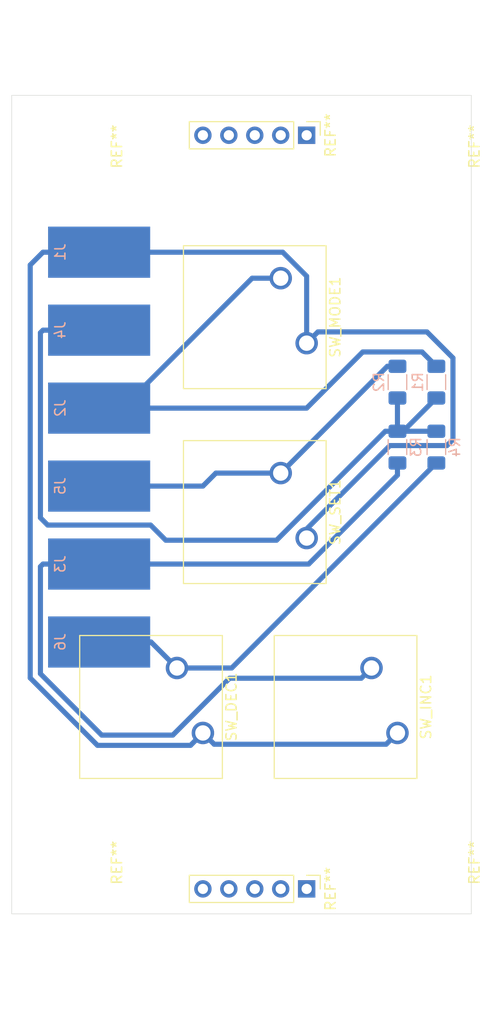
<source format=kicad_pcb>
(kicad_pcb (version 20171130) (host pcbnew 5.1.7-1.fc32)

  (general
    (thickness 1.6)
    (drawings 4)
    (tracks 60)
    (zones 0)
    (modules 20)
    (nets 7)
  )

  (page A4)
  (layers
    (0 F.Cu signal)
    (31 B.Cu signal)
    (32 B.Adhes user)
    (33 F.Adhes user)
    (34 B.Paste user)
    (35 F.Paste user)
    (36 B.SilkS user)
    (37 F.SilkS user)
    (38 B.Mask user)
    (39 F.Mask user)
    (40 Dwgs.User user)
    (41 Cmts.User user)
    (42 Eco1.User user)
    (43 Eco2.User user)
    (44 Edge.Cuts user)
    (45 Margin user)
    (46 B.CrtYd user)
    (47 F.CrtYd user)
    (48 B.Fab user)
    (49 F.Fab user)
  )

  (setup
    (last_trace_width 0.5)
    (trace_clearance 0.5)
    (zone_clearance 0.508)
    (zone_45_only no)
    (trace_min 0.2)
    (via_size 1.8)
    (via_drill 0.8)
    (via_min_size 0.4)
    (via_min_drill 0.3)
    (uvia_size 0.3)
    (uvia_drill 0.1)
    (uvias_allowed no)
    (uvia_min_size 0.2)
    (uvia_min_drill 0.1)
    (edge_width 0.05)
    (segment_width 0.2)
    (pcb_text_width 0.3)
    (pcb_text_size 1.5 1.5)
    (mod_edge_width 0.12)
    (mod_text_size 1 1)
    (mod_text_width 0.15)
    (pad_size 1.7 1.7)
    (pad_drill 0)
    (pad_to_mask_clearance 0)
    (aux_axis_origin 0 0)
    (visible_elements FFFFFF7F)
    (pcbplotparams
      (layerselection 0x01000_fffffffe)
      (usegerberextensions false)
      (usegerberattributes false)
      (usegerberadvancedattributes true)
      (creategerberjobfile true)
      (excludeedgelayer true)
      (linewidth 0.150000)
      (plotframeref false)
      (viasonmask false)
      (mode 1)
      (useauxorigin false)
      (hpglpennumber 1)
      (hpglpenspeed 20)
      (hpglpendiameter 15.000000)
      (psnegative false)
      (psa4output false)
      (plotreference true)
      (plotvalue true)
      (plotinvisibletext false)
      (padsonsilk false)
      (subtractmaskfromsilk false)
      (outputformat 1)
      (mirror false)
      (drillshape 0)
      (scaleselection 1)
      (outputdirectory "gerber/"))
  )

  (net 0 "")
  (net 1 /DEC)
  (net 2 /INC)
  (net 3 /SET)
  (net 4 /MODE)
  (net 5 GND)
  (net 6 +5V)

  (net_class Default "This is the default net class."
    (clearance 0.5)
    (trace_width 0.5)
    (via_dia 1.8)
    (via_drill 0.8)
    (uvia_dia 0.3)
    (uvia_drill 0.1)
    (add_net +5V)
    (add_net /DEC)
    (add_net /INC)
    (add_net /MODE)
    (add_net /SET)
    (add_net GND)
  )

  (module Connector_PinHeader_2.54mm:PinHeader_1x05_P2.54mm_Vertical (layer F.Cu) (tedit 59FED5CC) (tstamp 5F89F0E9)
    (at 33.88 82.56 270)
    (descr "Through hole straight pin header, 1x05, 2.54mm pitch, single row")
    (tags "Through hole pin header THT 1x05 2.54mm single row")
    (fp_text reference REF** (at 0 -2.33 90) (layer F.SilkS)
      (effects (font (size 1 1) (thickness 0.15)))
    )
    (fp_text value PinHeader_1x05_P2.54mm_Vertical (at 0 12.49 90) (layer F.Fab)
      (effects (font (size 1 1) (thickness 0.15)))
    )
    (fp_line (start -0.635 -1.27) (end 1.27 -1.27) (layer F.Fab) (width 0.1))
    (fp_line (start 1.27 -1.27) (end 1.27 11.43) (layer F.Fab) (width 0.1))
    (fp_line (start 1.27 11.43) (end -1.27 11.43) (layer F.Fab) (width 0.1))
    (fp_line (start -1.27 11.43) (end -1.27 -0.635) (layer F.Fab) (width 0.1))
    (fp_line (start -1.27 -0.635) (end -0.635 -1.27) (layer F.Fab) (width 0.1))
    (fp_line (start -1.33 11.49) (end 1.33 11.49) (layer F.SilkS) (width 0.12))
    (fp_line (start -1.33 1.27) (end -1.33 11.49) (layer F.SilkS) (width 0.12))
    (fp_line (start 1.33 1.27) (end 1.33 11.49) (layer F.SilkS) (width 0.12))
    (fp_line (start -1.33 1.27) (end 1.33 1.27) (layer F.SilkS) (width 0.12))
    (fp_line (start -1.33 0) (end -1.33 -1.33) (layer F.SilkS) (width 0.12))
    (fp_line (start -1.33 -1.33) (end 0 -1.33) (layer F.SilkS) (width 0.12))
    (fp_line (start -1.8 -1.8) (end -1.8 11.95) (layer F.CrtYd) (width 0.05))
    (fp_line (start -1.8 11.95) (end 1.8 11.95) (layer F.CrtYd) (width 0.05))
    (fp_line (start 1.8 11.95) (end 1.8 -1.8) (layer F.CrtYd) (width 0.05))
    (fp_line (start 1.8 -1.8) (end -1.8 -1.8) (layer F.CrtYd) (width 0.05))
    (fp_text user %R (at 0 5.08) (layer F.Fab)
      (effects (font (size 1 1) (thickness 0.15)))
    )
    (pad 1 thru_hole rect (at 0 0 270) (size 1.7 1.7) (drill 1) (layers *.Cu *.Mask))
    (pad 2 thru_hole oval (at 0 2.54 270) (size 1.7 1.7) (drill 1) (layers *.Cu *.Mask))
    (pad 3 thru_hole oval (at 0 5.08 270) (size 1.7 1.7) (drill 1) (layers *.Cu *.Mask))
    (pad 4 thru_hole oval (at 0 7.62 270) (size 1.7 1.7) (drill 1) (layers *.Cu *.Mask))
    (pad 5 thru_hole oval (at 0 10.16 270) (size 1.7 1.7) (drill 1) (layers *.Cu *.Mask))
    (model ${KISYS3DMOD}/Connector_PinHeader_2.54mm.3dshapes/PinHeader_1x05_P2.54mm_Vertical.wrl
      (at (xyz 0 0 0))
      (scale (xyz 1 1 1))
      (rotate (xyz 0 0 0))
    )
  )

  (module Connector_PinHeader_2.54mm:PinHeader_1x05_P2.54mm_Vertical (layer F.Cu) (tedit 59FED5CC) (tstamp 5F89F14C)
    (at 33.88 8.9 270)
    (descr "Through hole straight pin header, 1x05, 2.54mm pitch, single row")
    (tags "Through hole pin header THT 1x05 2.54mm single row")
    (fp_text reference REF** (at 0 -2.33 90) (layer F.SilkS)
      (effects (font (size 1 1) (thickness 0.15)))
    )
    (fp_text value PinHeader_1x05_P2.54mm_Vertical (at 0 12.49 90) (layer F.Fab)
      (effects (font (size 1 1) (thickness 0.15)))
    )
    (fp_line (start 1.8 -1.8) (end -1.8 -1.8) (layer F.CrtYd) (width 0.05))
    (fp_line (start 1.8 11.95) (end 1.8 -1.8) (layer F.CrtYd) (width 0.05))
    (fp_line (start -1.8 11.95) (end 1.8 11.95) (layer F.CrtYd) (width 0.05))
    (fp_line (start -1.8 -1.8) (end -1.8 11.95) (layer F.CrtYd) (width 0.05))
    (fp_line (start -1.33 -1.33) (end 0 -1.33) (layer F.SilkS) (width 0.12))
    (fp_line (start -1.33 0) (end -1.33 -1.33) (layer F.SilkS) (width 0.12))
    (fp_line (start -1.33 1.27) (end 1.33 1.27) (layer F.SilkS) (width 0.12))
    (fp_line (start 1.33 1.27) (end 1.33 11.49) (layer F.SilkS) (width 0.12))
    (fp_line (start -1.33 1.27) (end -1.33 11.49) (layer F.SilkS) (width 0.12))
    (fp_line (start -1.33 11.49) (end 1.33 11.49) (layer F.SilkS) (width 0.12))
    (fp_line (start -1.27 -0.635) (end -0.635 -1.27) (layer F.Fab) (width 0.1))
    (fp_line (start -1.27 11.43) (end -1.27 -0.635) (layer F.Fab) (width 0.1))
    (fp_line (start 1.27 11.43) (end -1.27 11.43) (layer F.Fab) (width 0.1))
    (fp_line (start 1.27 -1.27) (end 1.27 11.43) (layer F.Fab) (width 0.1))
    (fp_line (start -0.635 -1.27) (end 1.27 -1.27) (layer F.Fab) (width 0.1))
    (fp_text user %R (at 0 5.08) (layer F.Fab)
      (effects (font (size 1 1) (thickness 0.15)))
    )
    (pad 5 thru_hole oval (at 0 10.16 270) (size 1.7 1.7) (drill 1) (layers *.Cu *.Mask))
    (pad 4 thru_hole oval (at 0 7.62 270) (size 1.7 1.7) (drill 1) (layers *.Cu *.Mask))
    (pad 3 thru_hole oval (at 0 5.08 270) (size 1.7 1.7) (drill 1) (layers *.Cu *.Mask))
    (pad 2 thru_hole oval (at 0 2.54 270) (size 1.7 1.7) (drill 1) (layers *.Cu *.Mask))
    (pad 1 thru_hole rect (at 0 0 270) (size 1.7 1.7) (drill 1) (layers *.Cu *.Mask))
    (model ${KISYS3DMOD}/Connector_PinHeader_2.54mm.3dshapes/PinHeader_1x05_P2.54mm_Vertical.wrl
      (at (xyz 0 0 0))
      (scale (xyz 1 1 1))
      (rotate (xyz 0 0 0))
    )
  )

  (module MountingHole:MountingHole_4.3mm_M4 (layer F.Cu) (tedit 56D1B4CB) (tstamp 5F89EFE2)
    (at 45 80 270)
    (descr "Mounting Hole 4.3mm, no annular, M4")
    (tags "mounting hole 4.3mm no annular m4")
    (attr virtual)
    (fp_text reference REF** (at 0 -5.3 90) (layer F.SilkS)
      (effects (font (size 1 1) (thickness 0.15)))
    )
    (fp_text value MountingHole_4.3mm_M4 (at 0 5.3 90) (layer F.Fab)
      (effects (font (size 1 1) (thickness 0.15)))
    )
    (fp_circle (center 0 0) (end 4.55 0) (layer F.CrtYd) (width 0.05))
    (fp_circle (center 0 0) (end 4.3 0) (layer Cmts.User) (width 0.15))
    (fp_text user %R (at 0.3 0 90) (layer F.Fab)
      (effects (font (size 1 1) (thickness 0.15)))
    )
    (pad 1 np_thru_hole circle (at 0 0 270) (size 4.3 4.3) (drill 4.3) (layers *.Cu *.Mask))
  )

  (module MountingHole:MountingHole_4.3mm_M4 (layer F.Cu) (tedit 56D1B4CB) (tstamp 5F89F036)
    (at 10 80 270)
    (descr "Mounting Hole 4.3mm, no annular, M4")
    (tags "mounting hole 4.3mm no annular m4")
    (attr virtual)
    (fp_text reference REF** (at 0 -5.3 90) (layer F.SilkS)
      (effects (font (size 1 1) (thickness 0.15)))
    )
    (fp_text value MountingHole_4.3mm_M4 (at 0 5.3 90) (layer F.Fab)
      (effects (font (size 1 1) (thickness 0.15)))
    )
    (fp_circle (center 0 0) (end 4.3 0) (layer Cmts.User) (width 0.15))
    (fp_circle (center 0 0) (end 4.55 0) (layer F.CrtYd) (width 0.05))
    (fp_text user %R (at 0.3 0 90) (layer F.Fab)
      (effects (font (size 1 1) (thickness 0.15)))
    )
    (pad 1 np_thru_hole circle (at 0 0 270) (size 4.3 4.3) (drill 4.3) (layers *.Cu *.Mask))
  )

  (module MountingHole:MountingHole_4.3mm_M4 (layer F.Cu) (tedit 56D1B4CB) (tstamp 5F89F021)
    (at 10 10 270)
    (descr "Mounting Hole 4.3mm, no annular, M4")
    (tags "mounting hole 4.3mm no annular m4")
    (attr virtual)
    (fp_text reference REF** (at 0 -5.3 90) (layer F.SilkS)
      (effects (font (size 1 1) (thickness 0.15)))
    )
    (fp_text value MountingHole_4.3mm_M4 (at 0 5.3 90) (layer F.Fab)
      (effects (font (size 1 1) (thickness 0.15)))
    )
    (fp_circle (center 0 0) (end 4.55 0) (layer F.CrtYd) (width 0.05))
    (fp_circle (center 0 0) (end 4.3 0) (layer Cmts.User) (width 0.15))
    (fp_text user %R (at 0.3 0 90) (layer F.Fab)
      (effects (font (size 1 1) (thickness 0.15)))
    )
    (pad 1 np_thru_hole circle (at 0 0 270) (size 4.3 4.3) (drill 4.3) (layers *.Cu *.Mask))
  )

  (module MountingHole:MountingHole_4.3mm_M4 (layer F.Cu) (tedit 56D1B4CB) (tstamp 5F89F093)
    (at 45 10 270)
    (descr "Mounting Hole 4.3mm, no annular, M4")
    (tags "mounting hole 4.3mm no annular m4")
    (attr virtual)
    (fp_text reference REF** (at 0 -5.3 90) (layer F.SilkS)
      (effects (font (size 1 1) (thickness 0.15)))
    )
    (fp_text value MountingHole_4.3mm_M4 (at 0 5.3 90) (layer F.Fab)
      (effects (font (size 1 1) (thickness 0.15)))
    )
    (fp_circle (center 0 0) (end 4.3 0) (layer Cmts.User) (width 0.15))
    (fp_circle (center 0 0) (end 4.55 0) (layer F.CrtYd) (width 0.05))
    (fp_text user %R (at 0.3 0 90) (layer F.Fab)
      (effects (font (size 1 1) (thickness 0.15)))
    )
    (pad 1 np_thru_hole circle (at 0 0 270) (size 4.3 4.3) (drill 4.3) (layers *.Cu *.Mask))
  )

  (module Connector_Wire:SolderWirePad_1x01_SMD_5x10mm (layer B.Cu) (tedit 5640A485) (tstamp 5F89EEF1)
    (at 13.56 58.43 270)
    (descr "Wire Pad, Square, SMD Pad,  5mm x 10mm,")
    (tags "MesurementPoint Square SMDPad 5mmx10mm ")
    (path /5F8B03BB)
    (attr smd virtual)
    (fp_text reference J6 (at 0 3.81 90) (layer B.SilkS)
      (effects (font (size 1 1) (thickness 0.15)) (justify mirror))
    )
    (fp_text value Conn_01x01 (at 0 -6.35 90) (layer B.Fab)
      (effects (font (size 1 1) (thickness 0.15)) (justify mirror))
    )
    (fp_line (start 2.75 5.25) (end -2.75 5.25) (layer B.CrtYd) (width 0.05))
    (fp_line (start 2.75 -5.25) (end 2.75 5.25) (layer B.CrtYd) (width 0.05))
    (fp_line (start -2.75 -5.25) (end 2.75 -5.25) (layer B.CrtYd) (width 0.05))
    (fp_line (start -2.75 5.25) (end -2.75 -5.25) (layer B.CrtYd) (width 0.05))
    (fp_text user %R (at 0 0 90) (layer B.Fab)
      (effects (font (size 1 1) (thickness 0.15)) (justify mirror))
    )
    (pad 1 smd rect (at 0 0 270) (size 5 10) (layers B.Cu B.Paste B.Mask)
      (net 1 /DEC))
  )

  (module Connector_Wire:SolderWirePad_1x01_SMD_5x10mm (layer B.Cu) (tedit 5640A485) (tstamp 5F89F122)
    (at 13.56 43.19 270)
    (descr "Wire Pad, Square, SMD Pad,  5mm x 10mm,")
    (tags "MesurementPoint Square SMDPad 5mmx10mm ")
    (path /5F8B04D1)
    (attr smd virtual)
    (fp_text reference J5 (at 0 3.81 90) (layer B.SilkS)
      (effects (font (size 1 1) (thickness 0.15)) (justify mirror))
    )
    (fp_text value Conn_01x01 (at 0 -6.35 90) (layer B.Fab)
      (effects (font (size 1 1) (thickness 0.15)) (justify mirror))
    )
    (fp_line (start 2.75 5.25) (end -2.75 5.25) (layer B.CrtYd) (width 0.05))
    (fp_line (start 2.75 -5.25) (end 2.75 5.25) (layer B.CrtYd) (width 0.05))
    (fp_line (start -2.75 -5.25) (end 2.75 -5.25) (layer B.CrtYd) (width 0.05))
    (fp_line (start -2.75 5.25) (end -2.75 -5.25) (layer B.CrtYd) (width 0.05))
    (fp_text user %R (at 0 0 90) (layer B.Fab)
      (effects (font (size 1 1) (thickness 0.15)) (justify mirror))
    )
    (pad 1 smd rect (at 0 0 270) (size 5 10) (layers B.Cu B.Paste B.Mask)
      (net 3 /SET))
  )

  (module Connector_Wire:SolderWirePad_1x01_SMD_5x10mm (layer B.Cu) (tedit 5640A485) (tstamp 5F89EFF9)
    (at 13.56 27.95 270)
    (descr "Wire Pad, Square, SMD Pad,  5mm x 10mm,")
    (tags "MesurementPoint Square SMDPad 5mmx10mm ")
    (path /5F8B04DB)
    (attr smd virtual)
    (fp_text reference J4 (at 0 3.81 90) (layer B.SilkS)
      (effects (font (size 1 1) (thickness 0.15)) (justify mirror))
    )
    (fp_text value Conn_01x01 (at 0 -6.35 90) (layer B.Fab)
      (effects (font (size 1 1) (thickness 0.15)) (justify mirror))
    )
    (fp_line (start 2.75 5.25) (end -2.75 5.25) (layer B.CrtYd) (width 0.05))
    (fp_line (start 2.75 -5.25) (end 2.75 5.25) (layer B.CrtYd) (width 0.05))
    (fp_line (start -2.75 -5.25) (end 2.75 -5.25) (layer B.CrtYd) (width 0.05))
    (fp_line (start -2.75 5.25) (end -2.75 -5.25) (layer B.CrtYd) (width 0.05))
    (fp_text user %R (at 0 0 90) (layer B.Fab)
      (effects (font (size 1 1) (thickness 0.15)) (justify mirror))
    )
    (pad 1 smd rect (at 0 0 270) (size 5 10) (layers B.Cu B.Paste B.Mask)
      (net 5 GND))
  )

  (module Connector_Wire:SolderWirePad_1x01_SMD_5x10mm (layer B.Cu) (tedit 5640A485) (tstamp 5F89EF84)
    (at 13.56 50.81 270)
    (descr "Wire Pad, Square, SMD Pad,  5mm x 10mm,")
    (tags "MesurementPoint Square SMDPad 5mmx10mm ")
    (path /5F8AE5AA)
    (attr smd virtual)
    (fp_text reference J3 (at 0 3.81 90) (layer B.SilkS)
      (effects (font (size 1 1) (thickness 0.15)) (justify mirror))
    )
    (fp_text value Conn_01x01 (at 0 -6.35 90) (layer B.Fab)
      (effects (font (size 1 1) (thickness 0.15)) (justify mirror))
    )
    (fp_line (start 2.75 5.25) (end -2.75 5.25) (layer B.CrtYd) (width 0.05))
    (fp_line (start 2.75 -5.25) (end 2.75 5.25) (layer B.CrtYd) (width 0.05))
    (fp_line (start -2.75 -5.25) (end 2.75 -5.25) (layer B.CrtYd) (width 0.05))
    (fp_line (start -2.75 5.25) (end -2.75 -5.25) (layer B.CrtYd) (width 0.05))
    (fp_text user %R (at 0 0 90) (layer B.Fab)
      (effects (font (size 1 1) (thickness 0.15)) (justify mirror))
    )
    (pad 1 smd rect (at 0 0 270) (size 5 10) (layers B.Cu B.Paste B.Mask)
      (net 2 /INC))
  )

  (module Connector_Wire:SolderWirePad_1x01_SMD_5x10mm (layer B.Cu) (tedit 5640A485) (tstamp 5F89F263)
    (at 13.56 35.57 270)
    (descr "Wire Pad, Square, SMD Pad,  5mm x 10mm,")
    (tags "MesurementPoint Square SMDPad 5mmx10mm ")
    (path /5F8AE2D5)
    (attr smd virtual)
    (fp_text reference J2 (at 0 3.81 90) (layer B.SilkS)
      (effects (font (size 1 1) (thickness 0.15)) (justify mirror))
    )
    (fp_text value Conn_01x01 (at 0 -6.35 90) (layer B.Fab)
      (effects (font (size 1 1) (thickness 0.15)) (justify mirror))
    )
    (fp_line (start 2.75 5.25) (end -2.75 5.25) (layer B.CrtYd) (width 0.05))
    (fp_line (start 2.75 -5.25) (end 2.75 5.25) (layer B.CrtYd) (width 0.05))
    (fp_line (start -2.75 -5.25) (end 2.75 -5.25) (layer B.CrtYd) (width 0.05))
    (fp_line (start -2.75 5.25) (end -2.75 -5.25) (layer B.CrtYd) (width 0.05))
    (fp_text user %R (at 0 0 90) (layer B.Fab)
      (effects (font (size 1 1) (thickness 0.15)) (justify mirror))
    )
    (pad 1 smd rect (at 0 0 270) (size 5 10) (layers B.Cu B.Paste B.Mask)
      (net 4 /MODE))
  )

  (module Connector_Wire:SolderWirePad_1x01_SMD_5x10mm (layer B.Cu) (tedit 5640A485) (tstamp 5F89F27E)
    (at 13.56 20.33 270)
    (descr "Wire Pad, Square, SMD Pad,  5mm x 10mm,")
    (tags "MesurementPoint Square SMDPad 5mmx10mm ")
    (path /5F8ABBD9)
    (attr smd virtual)
    (fp_text reference J1 (at 0 3.81 90) (layer B.SilkS)
      (effects (font (size 1 1) (thickness 0.15)) (justify mirror))
    )
    (fp_text value Conn_01x01 (at 0 -6.35 90) (layer B.Fab)
      (effects (font (size 1 1) (thickness 0.15)) (justify mirror))
    )
    (fp_line (start 2.75 5.25) (end -2.75 5.25) (layer B.CrtYd) (width 0.05))
    (fp_line (start 2.75 -5.25) (end 2.75 5.25) (layer B.CrtYd) (width 0.05))
    (fp_line (start -2.75 -5.25) (end 2.75 -5.25) (layer B.CrtYd) (width 0.05))
    (fp_line (start -2.75 5.25) (end -2.75 -5.25) (layer B.CrtYd) (width 0.05))
    (fp_text user %R (at 0 0 90) (layer B.Fab)
      (effects (font (size 1 1) (thickness 0.15)) (justify mirror))
    )
    (pad 1 smd rect (at 0 0 270) (size 5 10) (layers B.Cu B.Paste B.Mask)
      (net 6 +5V))
  )

  (module Button_Switch_Keyboard:SW_Cherry_MX_1.00u_Plate (layer F.Cu) (tedit 5A02FE24) (tstamp 5F89F1C6)
    (at 33.88 48.27 270)
    (descr "Cherry MX keyswitch, 1.00u, plate mount, http://cherryamericas.com/wp-content/uploads/2014/12/mx_cat.pdf")
    (tags "Cherry MX keyswitch 1.00u plate")
    (path /5F88E78A)
    (fp_text reference SW_SET1 (at -2.54 -2.794 90) (layer F.SilkS)
      (effects (font (size 1 1) (thickness 0.15)))
    )
    (fp_text value SW_Push (at -2.54 12.954 90) (layer F.Fab)
      (effects (font (size 1 1) (thickness 0.15)))
    )
    (fp_line (start -8.89 -1.27) (end 3.81 -1.27) (layer F.Fab) (width 0.1))
    (fp_line (start 3.81 -1.27) (end 3.81 11.43) (layer F.Fab) (width 0.1))
    (fp_line (start 3.81 11.43) (end -8.89 11.43) (layer F.Fab) (width 0.1))
    (fp_line (start -8.89 11.43) (end -8.89 -1.27) (layer F.Fab) (width 0.1))
    (fp_line (start -9.14 11.68) (end -9.14 -1.52) (layer F.CrtYd) (width 0.05))
    (fp_line (start 4.06 11.68) (end -9.14 11.68) (layer F.CrtYd) (width 0.05))
    (fp_line (start 4.06 -1.52) (end 4.06 11.68) (layer F.CrtYd) (width 0.05))
    (fp_line (start -9.14 -1.52) (end 4.06 -1.52) (layer F.CrtYd) (width 0.05))
    (fp_line (start -12.065 -4.445) (end 6.985 -4.445) (layer Dwgs.User) (width 0.15))
    (fp_line (start 6.985 -4.445) (end 6.985 14.605) (layer Dwgs.User) (width 0.15))
    (fp_line (start 6.985 14.605) (end -12.065 14.605) (layer Dwgs.User) (width 0.15))
    (fp_line (start -12.065 14.605) (end -12.065 -4.445) (layer Dwgs.User) (width 0.15))
    (fp_line (start -9.525 -1.905) (end 4.445 -1.905) (layer F.SilkS) (width 0.12))
    (fp_line (start 4.445 -1.905) (end 4.445 12.065) (layer F.SilkS) (width 0.12))
    (fp_line (start 4.445 12.065) (end -9.525 12.065) (layer F.SilkS) (width 0.12))
    (fp_line (start -9.525 12.065) (end -9.525 -1.905) (layer F.SilkS) (width 0.12))
    (fp_text user %R (at -2.54 -2.794 90) (layer F.Fab)
      (effects (font (size 1 1) (thickness 0.15)))
    )
    (pad "" np_thru_hole circle (at -2.54 5.08 270) (size 4 4) (drill 4) (layers *.Cu *.Mask))
    (pad 2 thru_hole circle (at -6.35 2.54 270) (size 2.2 2.2) (drill 1.5) (layers *.Cu *.Mask)
      (net 3 /SET))
    (pad 1 thru_hole circle (at 0 0 270) (size 2.2 2.2) (drill 1.5) (layers *.Cu *.Mask)
      (net 6 +5V))
    (model ${KISYS3DMOD}/Button_Switch_Keyboard.3dshapes/SW_Cherry_MX_1.00u_Plate.wrl
      (at (xyz 0 0 0))
      (scale (xyz 1 1 1))
      (rotate (xyz 0 0 0))
    )
  )

  (module Button_Switch_Keyboard:SW_Cherry_MX_1.00u_Plate (layer F.Cu) (tedit 5A02FE24) (tstamp 5F89F05E)
    (at 33.88 29.22 270)
    (descr "Cherry MX keyswitch, 1.00u, plate mount, http://cherryamericas.com/wp-content/uploads/2014/12/mx_cat.pdf")
    (tags "Cherry MX keyswitch 1.00u plate")
    (path /5F88D7BE)
    (fp_text reference SW_MODE1 (at -2.54 -2.794 90) (layer F.SilkS)
      (effects (font (size 1 1) (thickness 0.15)))
    )
    (fp_text value SW_Push (at -2.54 12.954 90) (layer F.Fab)
      (effects (font (size 1 1) (thickness 0.15)))
    )
    (fp_line (start -8.89 -1.27) (end 3.81 -1.27) (layer F.Fab) (width 0.1))
    (fp_line (start 3.81 -1.27) (end 3.81 11.43) (layer F.Fab) (width 0.1))
    (fp_line (start 3.81 11.43) (end -8.89 11.43) (layer F.Fab) (width 0.1))
    (fp_line (start -8.89 11.43) (end -8.89 -1.27) (layer F.Fab) (width 0.1))
    (fp_line (start -9.14 11.68) (end -9.14 -1.52) (layer F.CrtYd) (width 0.05))
    (fp_line (start 4.06 11.68) (end -9.14 11.68) (layer F.CrtYd) (width 0.05))
    (fp_line (start 4.06 -1.52) (end 4.06 11.68) (layer F.CrtYd) (width 0.05))
    (fp_line (start -9.14 -1.52) (end 4.06 -1.52) (layer F.CrtYd) (width 0.05))
    (fp_line (start -12.065 -4.445) (end 6.985 -4.445) (layer Dwgs.User) (width 0.15))
    (fp_line (start 6.985 -4.445) (end 6.985 14.605) (layer Dwgs.User) (width 0.15))
    (fp_line (start 6.985 14.605) (end -12.065 14.605) (layer Dwgs.User) (width 0.15))
    (fp_line (start -12.065 14.605) (end -12.065 -4.445) (layer Dwgs.User) (width 0.15))
    (fp_line (start -9.525 -1.905) (end 4.445 -1.905) (layer F.SilkS) (width 0.12))
    (fp_line (start 4.445 -1.905) (end 4.445 12.065) (layer F.SilkS) (width 0.12))
    (fp_line (start 4.445 12.065) (end -9.525 12.065) (layer F.SilkS) (width 0.12))
    (fp_line (start -9.525 12.065) (end -9.525 -1.905) (layer F.SilkS) (width 0.12))
    (fp_text user %R (at -2.54 -2.794 90) (layer F.Fab)
      (effects (font (size 1 1) (thickness 0.15)))
    )
    (pad "" np_thru_hole circle (at -2.54 5.08 270) (size 4 4) (drill 4) (layers *.Cu *.Mask))
    (pad 2 thru_hole circle (at -6.35 2.54 270) (size 2.2 2.2) (drill 1.5) (layers *.Cu *.Mask)
      (net 4 /MODE))
    (pad 1 thru_hole circle (at 0 0 270) (size 2.2 2.2) (drill 1.5) (layers *.Cu *.Mask)
      (net 6 +5V))
    (model ${KISYS3DMOD}/Button_Switch_Keyboard.3dshapes/SW_Cherry_MX_1.00u_Plate.wrl
      (at (xyz 0 0 0))
      (scale (xyz 1 1 1))
      (rotate (xyz 0 0 0))
    )
  )

  (module Button_Switch_Keyboard:SW_Cherry_MX_1.00u_Plate (layer F.Cu) (tedit 5A02FE24) (tstamp 5F89EF4D)
    (at 42.77 67.32 270)
    (descr "Cherry MX keyswitch, 1.00u, plate mount, http://cherryamericas.com/wp-content/uploads/2014/12/mx_cat.pdf")
    (tags "Cherry MX keyswitch 1.00u plate")
    (path /5F890596)
    (fp_text reference SW_INC1 (at -2.54 -2.794 90) (layer F.SilkS)
      (effects (font (size 1 1) (thickness 0.15)))
    )
    (fp_text value SW_Push (at -2.54 12.954 90) (layer F.Fab)
      (effects (font (size 1 1) (thickness 0.15)))
    )
    (fp_line (start -8.89 -1.27) (end 3.81 -1.27) (layer F.Fab) (width 0.1))
    (fp_line (start 3.81 -1.27) (end 3.81 11.43) (layer F.Fab) (width 0.1))
    (fp_line (start 3.81 11.43) (end -8.89 11.43) (layer F.Fab) (width 0.1))
    (fp_line (start -8.89 11.43) (end -8.89 -1.27) (layer F.Fab) (width 0.1))
    (fp_line (start -9.14 11.68) (end -9.14 -1.52) (layer F.CrtYd) (width 0.05))
    (fp_line (start 4.06 11.68) (end -9.14 11.68) (layer F.CrtYd) (width 0.05))
    (fp_line (start 4.06 -1.52) (end 4.06 11.68) (layer F.CrtYd) (width 0.05))
    (fp_line (start -9.14 -1.52) (end 4.06 -1.52) (layer F.CrtYd) (width 0.05))
    (fp_line (start -12.065 -4.445) (end 6.985 -4.445) (layer Dwgs.User) (width 0.15))
    (fp_line (start 6.985 -4.445) (end 6.985 14.605) (layer Dwgs.User) (width 0.15))
    (fp_line (start 6.985 14.605) (end -12.065 14.605) (layer Dwgs.User) (width 0.15))
    (fp_line (start -12.065 14.605) (end -12.065 -4.445) (layer Dwgs.User) (width 0.15))
    (fp_line (start -9.525 -1.905) (end 4.445 -1.905) (layer F.SilkS) (width 0.12))
    (fp_line (start 4.445 -1.905) (end 4.445 12.065) (layer F.SilkS) (width 0.12))
    (fp_line (start 4.445 12.065) (end -9.525 12.065) (layer F.SilkS) (width 0.12))
    (fp_line (start -9.525 12.065) (end -9.525 -1.905) (layer F.SilkS) (width 0.12))
    (fp_text user %R (at -2.54 -2.794 90) (layer F.Fab)
      (effects (font (size 1 1) (thickness 0.15)))
    )
    (pad "" np_thru_hole circle (at -2.54 5.08 270) (size 4 4) (drill 4) (layers *.Cu *.Mask))
    (pad 2 thru_hole circle (at -6.35 2.54 270) (size 2.2 2.2) (drill 1.5) (layers *.Cu *.Mask)
      (net 2 /INC))
    (pad 1 thru_hole circle (at 0 0 270) (size 2.2 2.2) (drill 1.5) (layers *.Cu *.Mask)
      (net 6 +5V))
    (model ${KISYS3DMOD}/Button_Switch_Keyboard.3dshapes/SW_Cherry_MX_1.00u_Plate.wrl
      (at (xyz 0 0 0))
      (scale (xyz 1 1 1))
      (rotate (xyz 0 0 0))
    )
  )

  (module Button_Switch_Keyboard:SW_Cherry_MX_1.00u_Plate (layer F.Cu) (tedit 5A02FE24) (tstamp 5F89EFAD)
    (at 23.72 67.32 270)
    (descr "Cherry MX keyswitch, 1.00u, plate mount, http://cherryamericas.com/wp-content/uploads/2014/12/mx_cat.pdf")
    (tags "Cherry MX keyswitch 1.00u plate")
    (path /5F8905DE)
    (fp_text reference SW_DEC1 (at -2.54 -2.794 90) (layer F.SilkS)
      (effects (font (size 1 1) (thickness 0.15)))
    )
    (fp_text value SW_Push (at -2.54 12.954 90) (layer F.Fab)
      (effects (font (size 1 1) (thickness 0.15)))
    )
    (fp_line (start -8.89 -1.27) (end 3.81 -1.27) (layer F.Fab) (width 0.1))
    (fp_line (start 3.81 -1.27) (end 3.81 11.43) (layer F.Fab) (width 0.1))
    (fp_line (start 3.81 11.43) (end -8.89 11.43) (layer F.Fab) (width 0.1))
    (fp_line (start -8.89 11.43) (end -8.89 -1.27) (layer F.Fab) (width 0.1))
    (fp_line (start -9.14 11.68) (end -9.14 -1.52) (layer F.CrtYd) (width 0.05))
    (fp_line (start 4.06 11.68) (end -9.14 11.68) (layer F.CrtYd) (width 0.05))
    (fp_line (start 4.06 -1.52) (end 4.06 11.68) (layer F.CrtYd) (width 0.05))
    (fp_line (start -9.14 -1.52) (end 4.06 -1.52) (layer F.CrtYd) (width 0.05))
    (fp_line (start -12.065 -4.445) (end 6.985 -4.445) (layer Dwgs.User) (width 0.15))
    (fp_line (start 6.985 -4.445) (end 6.985 14.605) (layer Dwgs.User) (width 0.15))
    (fp_line (start 6.985 14.605) (end -12.065 14.605) (layer Dwgs.User) (width 0.15))
    (fp_line (start -12.065 14.605) (end -12.065 -4.445) (layer Dwgs.User) (width 0.15))
    (fp_line (start -9.525 -1.905) (end 4.445 -1.905) (layer F.SilkS) (width 0.12))
    (fp_line (start 4.445 -1.905) (end 4.445 12.065) (layer F.SilkS) (width 0.12))
    (fp_line (start 4.445 12.065) (end -9.525 12.065) (layer F.SilkS) (width 0.12))
    (fp_line (start -9.525 12.065) (end -9.525 -1.905) (layer F.SilkS) (width 0.12))
    (fp_text user %R (at -2.54 -2.794 90) (layer F.Fab)
      (effects (font (size 1 1) (thickness 0.15)))
    )
    (pad "" np_thru_hole circle (at -2.54 5.08 270) (size 4 4) (drill 4) (layers *.Cu *.Mask))
    (pad 2 thru_hole circle (at -6.35 2.54 270) (size 2.2 2.2) (drill 1.5) (layers *.Cu *.Mask)
      (net 1 /DEC))
    (pad 1 thru_hole circle (at 0 0 270) (size 2.2 2.2) (drill 1.5) (layers *.Cu *.Mask)
      (net 6 +5V))
    (model ${KISYS3DMOD}/Button_Switch_Keyboard.3dshapes/SW_Cherry_MX_1.00u_Plate.wrl
      (at (xyz 0 0 0))
      (scale (xyz 1 1 1))
      (rotate (xyz 0 0 0))
    )
  )

  (module Resistor_SMD:R_1206_3216Metric_Pad1.30x1.75mm_HandSolder (layer B.Cu) (tedit 5F68FEEE) (tstamp 5F89F204)
    (at 46.58 39.38 90)
    (descr "Resistor SMD 1206 (3216 Metric), square (rectangular) end terminal, IPC_7351 nominal with elongated pad for handsoldering. (Body size source: IPC-SM-782 page 72, https://www.pcb-3d.com/wordpress/wp-content/uploads/ipc-sm-782a_amendment_1_and_2.pdf), generated with kicad-footprint-generator")
    (tags "resistor handsolder")
    (path /5F895FED)
    (attr smd)
    (fp_text reference R4 (at 0 1.82 270) (layer B.SilkS)
      (effects (font (size 1 1) (thickness 0.15)) (justify mirror))
    )
    (fp_text value 10K (at 0 -1.82 270) (layer B.Fab)
      (effects (font (size 1 1) (thickness 0.15)) (justify mirror))
    )
    (fp_line (start -1.6 -0.8) (end -1.6 0.8) (layer B.Fab) (width 0.1))
    (fp_line (start -1.6 0.8) (end 1.6 0.8) (layer B.Fab) (width 0.1))
    (fp_line (start 1.6 0.8) (end 1.6 -0.8) (layer B.Fab) (width 0.1))
    (fp_line (start 1.6 -0.8) (end -1.6 -0.8) (layer B.Fab) (width 0.1))
    (fp_line (start -0.727064 0.91) (end 0.727064 0.91) (layer B.SilkS) (width 0.12))
    (fp_line (start -0.727064 -0.91) (end 0.727064 -0.91) (layer B.SilkS) (width 0.12))
    (fp_line (start -2.45 -1.12) (end -2.45 1.12) (layer B.CrtYd) (width 0.05))
    (fp_line (start -2.45 1.12) (end 2.45 1.12) (layer B.CrtYd) (width 0.05))
    (fp_line (start 2.45 1.12) (end 2.45 -1.12) (layer B.CrtYd) (width 0.05))
    (fp_line (start 2.45 -1.12) (end -2.45 -1.12) (layer B.CrtYd) (width 0.05))
    (fp_text user %R (at 0 0 270) (layer B.Fab)
      (effects (font (size 0.8 0.8) (thickness 0.12)) (justify mirror))
    )
    (pad 2 smd roundrect (at 1.55 0 90) (size 1.3 1.75) (layers B.Cu B.Paste B.Mask) (roundrect_rratio 0.1923076923076923)
      (net 5 GND))
    (pad 1 smd roundrect (at -1.55 0 90) (size 1.3 1.75) (layers B.Cu B.Paste B.Mask) (roundrect_rratio 0.1923076923076923)
      (net 1 /DEC))
    (model ${KISYS3DMOD}/Resistor_SMD.3dshapes/R_1206_3216Metric.wrl
      (at (xyz 0 0 0))
      (scale (xyz 1 1 1))
      (rotate (xyz 0 0 0))
    )
  )

  (module Resistor_SMD:R_1206_3216Metric_Pad1.30x1.75mm_HandSolder (layer B.Cu) (tedit 5F68FEEE) (tstamp 5F89F18F)
    (at 42.77 39.38 90)
    (descr "Resistor SMD 1206 (3216 Metric), square (rectangular) end terminal, IPC_7351 nominal with elongated pad for handsoldering. (Body size source: IPC-SM-782 page 72, https://www.pcb-3d.com/wordpress/wp-content/uploads/ipc-sm-782a_amendment_1_and_2.pdf), generated with kicad-footprint-generator")
    (tags "resistor handsolder")
    (path /5F895B12)
    (attr smd)
    (fp_text reference R3 (at 0 1.82 270) (layer B.SilkS)
      (effects (font (size 1 1) (thickness 0.15)) (justify mirror))
    )
    (fp_text value 10K (at 0 -1.82 270) (layer B.Fab)
      (effects (font (size 1 1) (thickness 0.15)) (justify mirror))
    )
    (fp_line (start 2.45 -1.12) (end -2.45 -1.12) (layer B.CrtYd) (width 0.05))
    (fp_line (start 2.45 1.12) (end 2.45 -1.12) (layer B.CrtYd) (width 0.05))
    (fp_line (start -2.45 1.12) (end 2.45 1.12) (layer B.CrtYd) (width 0.05))
    (fp_line (start -2.45 -1.12) (end -2.45 1.12) (layer B.CrtYd) (width 0.05))
    (fp_line (start -0.727064 -0.91) (end 0.727064 -0.91) (layer B.SilkS) (width 0.12))
    (fp_line (start -0.727064 0.91) (end 0.727064 0.91) (layer B.SilkS) (width 0.12))
    (fp_line (start 1.6 -0.8) (end -1.6 -0.8) (layer B.Fab) (width 0.1))
    (fp_line (start 1.6 0.8) (end 1.6 -0.8) (layer B.Fab) (width 0.1))
    (fp_line (start -1.6 0.8) (end 1.6 0.8) (layer B.Fab) (width 0.1))
    (fp_line (start -1.6 -0.8) (end -1.6 0.8) (layer B.Fab) (width 0.1))
    (fp_text user %R (at 0 0 270) (layer B.Fab)
      (effects (font (size 0.8 0.8) (thickness 0.12)) (justify mirror))
    )
    (pad 1 smd roundrect (at -1.55 0 90) (size 1.3 1.75) (layers B.Cu B.Paste B.Mask) (roundrect_rratio 0.1923076923076923)
      (net 2 /INC))
    (pad 2 smd roundrect (at 1.55 0 90) (size 1.3 1.75) (layers B.Cu B.Paste B.Mask) (roundrect_rratio 0.1923076923076923)
      (net 5 GND))
    (model ${KISYS3DMOD}/Resistor_SMD.3dshapes/R_1206_3216Metric.wrl
      (at (xyz 0 0 0))
      (scale (xyz 1 1 1))
      (rotate (xyz 0 0 0))
    )
  )

  (module Resistor_SMD:R_1206_3216Metric_Pad1.30x1.75mm_HandSolder (layer B.Cu) (tedit 5F68FEEE) (tstamp 5F89F0B1)
    (at 42.77 33.03 270)
    (descr "Resistor SMD 1206 (3216 Metric), square (rectangular) end terminal, IPC_7351 nominal with elongated pad for handsoldering. (Body size source: IPC-SM-782 page 72, https://www.pcb-3d.com/wordpress/wp-content/uploads/ipc-sm-782a_amendment_1_and_2.pdf), generated with kicad-footprint-generator")
    (tags "resistor handsolder")
    (path /5F8956D5)
    (attr smd)
    (fp_text reference R2 (at 0 1.82 270) (layer B.SilkS)
      (effects (font (size 1 1) (thickness 0.15)) (justify mirror))
    )
    (fp_text value 10K (at 0 -1.82 270) (layer B.Fab)
      (effects (font (size 1 1) (thickness 0.15)) (justify mirror))
    )
    (fp_line (start -1.6 -0.8) (end -1.6 0.8) (layer B.Fab) (width 0.1))
    (fp_line (start -1.6 0.8) (end 1.6 0.8) (layer B.Fab) (width 0.1))
    (fp_line (start 1.6 0.8) (end 1.6 -0.8) (layer B.Fab) (width 0.1))
    (fp_line (start 1.6 -0.8) (end -1.6 -0.8) (layer B.Fab) (width 0.1))
    (fp_line (start -0.727064 0.91) (end 0.727064 0.91) (layer B.SilkS) (width 0.12))
    (fp_line (start -0.727064 -0.91) (end 0.727064 -0.91) (layer B.SilkS) (width 0.12))
    (fp_line (start -2.45 -1.12) (end -2.45 1.12) (layer B.CrtYd) (width 0.05))
    (fp_line (start -2.45 1.12) (end 2.45 1.12) (layer B.CrtYd) (width 0.05))
    (fp_line (start 2.45 1.12) (end 2.45 -1.12) (layer B.CrtYd) (width 0.05))
    (fp_line (start 2.45 -1.12) (end -2.45 -1.12) (layer B.CrtYd) (width 0.05))
    (fp_text user %R (at 0 0 270) (layer B.Fab)
      (effects (font (size 0.8 0.8) (thickness 0.12)) (justify mirror))
    )
    (pad 2 smd roundrect (at 1.55 0 270) (size 1.3 1.75) (layers B.Cu B.Paste B.Mask) (roundrect_rratio 0.1923076923076923)
      (net 5 GND))
    (pad 1 smd roundrect (at -1.55 0 270) (size 1.3 1.75) (layers B.Cu B.Paste B.Mask) (roundrect_rratio 0.1923076923076923)
      (net 3 /SET))
    (model ${KISYS3DMOD}/Resistor_SMD.3dshapes/R_1206_3216Metric.wrl
      (at (xyz 0 0 0))
      (scale (xyz 1 1 1))
      (rotate (xyz 0 0 0))
    )
  )

  (module Resistor_SMD:R_1206_3216Metric_Pad1.30x1.75mm_HandSolder (layer B.Cu) (tedit 5F68FEEE) (tstamp 5F89EF13)
    (at 46.58 33.03 270)
    (descr "Resistor SMD 1206 (3216 Metric), square (rectangular) end terminal, IPC_7351 nominal with elongated pad for handsoldering. (Body size source: IPC-SM-782 page 72, https://www.pcb-3d.com/wordpress/wp-content/uploads/ipc-sm-782a_amendment_1_and_2.pdf), generated with kicad-footprint-generator")
    (tags "resistor handsolder")
    (path /5F893CF3)
    (attr smd)
    (fp_text reference R1 (at 0 1.82 270) (layer B.SilkS)
      (effects (font (size 1 1) (thickness 0.15)) (justify mirror))
    )
    (fp_text value 10K (at 0 -1.82 270) (layer B.Fab)
      (effects (font (size 1 1) (thickness 0.15)) (justify mirror))
    )
    (fp_line (start -1.6 -0.8) (end -1.6 0.8) (layer B.Fab) (width 0.1))
    (fp_line (start -1.6 0.8) (end 1.6 0.8) (layer B.Fab) (width 0.1))
    (fp_line (start 1.6 0.8) (end 1.6 -0.8) (layer B.Fab) (width 0.1))
    (fp_line (start 1.6 -0.8) (end -1.6 -0.8) (layer B.Fab) (width 0.1))
    (fp_line (start -0.727064 0.91) (end 0.727064 0.91) (layer B.SilkS) (width 0.12))
    (fp_line (start -0.727064 -0.91) (end 0.727064 -0.91) (layer B.SilkS) (width 0.12))
    (fp_line (start -2.45 -1.12) (end -2.45 1.12) (layer B.CrtYd) (width 0.05))
    (fp_line (start -2.45 1.12) (end 2.45 1.12) (layer B.CrtYd) (width 0.05))
    (fp_line (start 2.45 1.12) (end 2.45 -1.12) (layer B.CrtYd) (width 0.05))
    (fp_line (start 2.45 -1.12) (end -2.45 -1.12) (layer B.CrtYd) (width 0.05))
    (fp_text user %R (at 0 0 270) (layer B.Fab)
      (effects (font (size 0.8 0.8) (thickness 0.12)) (justify mirror))
    )
    (pad 2 smd roundrect (at 1.55 0 270) (size 1.3 1.75) (layers B.Cu B.Paste B.Mask) (roundrect_rratio 0.1923076923076923)
      (net 5 GND))
    (pad 1 smd roundrect (at -1.55 0 270) (size 1.3 1.75) (layers B.Cu B.Paste B.Mask) (roundrect_rratio 0.1923076923076923)
      (net 4 /MODE))
    (model ${KISYS3DMOD}/Resistor_SMD.3dshapes/R_1206_3216Metric.wrl
      (at (xyz 0 0 0))
      (scale (xyz 1 1 1))
      (rotate (xyz 0 0 0))
    )
  )

  (gr_line (start 50 5) (end 5 5) (layer Edge.Cuts) (width 0.05) (tstamp 5F89F3FB))
  (gr_line (start 5 85) (end 5 5) (layer Edge.Cuts) (width 0.05) (tstamp 5F89EE86))
  (gr_line (start 50 85) (end 5 85) (layer Edge.Cuts) (width 0.05) (tstamp 5F89EE83))
  (gr_line (start 50 5) (end 50 85) (layer Edge.Cuts) (width 0.05) (tstamp 5F89EE80))

  (segment (start 26.54 60.97) (end 21.18 60.97) (width 0.5) (layer B.Cu) (net 1) (tstamp 5F89F045))
  (segment (start 46.58 40.93) (end 26.54 60.97) (width 0.5) (layer B.Cu) (net 1) (tstamp 5F89F294))
  (segment (start 18.64 58.43) (end 21.18 60.97) (width 0.5) (layer B.Cu) (net 1) (tstamp 5F89F22B))
  (segment (start 13.56 58.43) (end 18.64 58.43) (width 0.5) (layer B.Cu) (net 1) (tstamp 5F89F00F))
  (segment (start 42.77 42.118002) (end 42.77 40.93) (width 0.5) (layer B.Cu) (net 2) (tstamp 5F89EEC5))
  (segment (start 34.078002 50.81) (end 42.77 42.118002) (width 0.5) (layer B.Cu) (net 2) (tstamp 5F89F228))
  (segment (start 13.56 50.81) (end 34.078002 50.81) (width 0.5) (layer B.Cu) (net 2) (tstamp 5F89F17D))
  (segment (start 7.809999 51.060001) (end 8.06 50.81) (width 0.5) (layer B.Cu) (net 2) (tstamp 5F89F23A))
  (segment (start 7.809999 61.530001) (end 7.809999 51.060001) (width 0.5) (layer B.Cu) (net 2) (tstamp 5F89F015))
  (segment (start 13.809999 67.530001) (end 7.809999 61.530001) (width 0.5) (layer B.Cu) (net 2) (tstamp 5F89EEA7))
  (segment (start 20.771997 67.530001) (end 13.809999 67.530001) (width 0.5) (layer B.Cu) (net 2) (tstamp 5F89EED4))
  (segment (start 26.33199 61.970008) (end 20.771997 67.530001) (width 0.5) (layer B.Cu) (net 2) (tstamp 5F89F291))
  (segment (start 39.229992 61.970008) (end 26.33199 61.970008) (width 0.5) (layer B.Cu) (net 2) (tstamp 5F89EEDD))
  (segment (start 8.06 50.81) (end 13.56 50.81) (width 0.5) (layer B.Cu) (net 2) (tstamp 5F89F243))
  (segment (start 40.23 60.97) (end 39.229992 61.970008) (width 0.5) (layer B.Cu) (net 2) (tstamp 5F89EEC8))
  (segment (start 13.56 43.19) (end 23.72 43.19) (width 0.5) (layer B.Cu) (net 3) (tstamp 5F89EEE0))
  (segment (start 24.99 41.92) (end 31.34 41.92) (width 0.5) (layer B.Cu) (net 3) (tstamp 5F89EF34))
  (segment (start 23.72 43.19) (end 24.99 41.92) (width 0.5) (layer B.Cu) (net 3) (tstamp 5F89F24F))
  (segment (start 41.78 31.48) (end 42.77 31.48) (width 0.5) (layer B.Cu) (net 3) (tstamp 5F89EEB0))
  (segment (start 31.34 41.92) (end 41.78 31.48) (width 0.5) (layer B.Cu) (net 3) (tstamp 5F89F234))
  (segment (start 33.88 35.57) (end 39.37001 30.07999) (width 0.5) (layer B.Cu) (net 4) (tstamp 5F89F018))
  (segment (start 45.17999 30.07999) (end 46.58 31.48) (width 0.5) (layer B.Cu) (net 4) (tstamp 5F89EEBF))
  (segment (start 39.37001 30.07999) (end 45.17999 30.07999) (width 0.5) (layer B.Cu) (net 4) (tstamp 5F89EEB6))
  (segment (start 13.56 35.57) (end 33.88 35.57) (width 0.5) (layer B.Cu) (net 4) (tstamp 5F89EE9B))
  (segment (start 15.839998 35.57) (end 13.56 35.57) (width 0.5) (layer B.Cu) (net 4) (tstamp 5F89F246))
  (segment (start 28.539998 22.87) (end 15.839998 35.57) (width 0.5) (layer B.Cu) (net 4) (tstamp 5F89F252))
  (segment (start 31.34 22.87) (end 28.539998 22.87) (width 0.5) (layer B.Cu) (net 4) (tstamp 5F89F240))
  (segment (start 42.77 37.83) (end 42.77 34.58) (width 0.5) (layer B.Cu) (net 5) (tstamp 5F89F249))
  (segment (start 42.77 37.83) (end 46.58 37.83) (width 0.5) (layer B.Cu) (net 5) (tstamp 5F89F22E))
  (segment (start 43.33 37.83) (end 46.58 34.58) (width 0.5) (layer B.Cu) (net 5) (tstamp 5F89EECB))
  (segment (start 42.77 37.83) (end 43.33 37.83) (width 0.5) (layer B.Cu) (net 5) (tstamp 5F89F00C))
  (segment (start 8.06 27.95) (end 13.56 27.95) (width 0.5) (layer B.Cu) (net 5) (tstamp 5F89F231))
  (segment (start 7.809999 28.200001) (end 8.06 27.95) (width 0.5) (layer B.Cu) (net 5) (tstamp 5F89EEA1))
  (segment (start 7.809999 46.290001) (end 7.809999 28.200001) (width 0.5) (layer B.Cu) (net 5) (tstamp 5F89EED7))
  (segment (start 8.519998 47) (end 7.809999 46.290001) (width 0.5) (layer B.Cu) (net 5) (tstamp 5F89EED1))
  (segment (start 18.600002 47) (end 8.519998 47) (width 0.5) (layer B.Cu) (net 5) (tstamp 5F89EECE))
  (segment (start 20.080003 48.480001) (end 18.600002 47) (width 0.5) (layer B.Cu) (net 5) (tstamp 5F89EEBC))
  (segment (start 30.931997 48.480001) (end 20.080003 48.480001) (width 0.5) (layer B.Cu) (net 5) (tstamp 5F89EE92))
  (segment (start 41.581998 37.83) (end 30.931997 48.480001) (width 0.5) (layer B.Cu) (net 5) (tstamp 5F89EEB9))
  (segment (start 42.77 37.83) (end 41.581998 37.83) (width 0.5) (layer B.Cu) (net 5) (tstamp 5F89F012))
  (segment (start 45.659231 28.120001) (end 34.979999 28.120001) (width 0.5) (layer B.Cu) (net 6) (tstamp 5F89F237))
  (segment (start 48.20501 30.66578) (end 45.659231 28.120001) (width 0.5) (layer B.Cu) (net 6) (tstamp 5F89EE95))
  (segment (start 48.20501 38.64422) (end 48.20501 30.66578) (width 0.5) (layer B.Cu) (net 6) (tstamp 5F89EEAA))
  (segment (start 34.979999 28.120001) (end 33.88 29.22) (width 0.5) (layer B.Cu) (net 6) (tstamp 5F89F258))
  (segment (start 47.61922 39.23001) (end 48.20501 38.64422) (width 0.5) (layer B.Cu) (net 6) (tstamp 5F89F255))
  (segment (start 42.03076 39.23001) (end 47.61922 39.23001) (width 0.5) (layer B.Cu) (net 6) (tstamp 5F89F23D))
  (segment (start 33.88 47.38077) (end 42.03076 39.23001) (width 0.5) (layer B.Cu) (net 6) (tstamp 5F89EEAD))
  (segment (start 33.88 48.27) (end 33.88 47.38077) (width 0.5) (layer B.Cu) (net 6) (tstamp 5F89F24C))
  (segment (start 31.538002 20.33) (end 13.56 20.33) (width 0.5) (layer B.Cu) (net 6) (tstamp 5F89EEA4))
  (segment (start 33.88 22.671998) (end 31.538002 20.33) (width 0.5) (layer B.Cu) (net 6) (tstamp 5F89EEDA))
  (segment (start 33.88 29.22) (end 33.88 22.671998) (width 0.5) (layer B.Cu) (net 6) (tstamp 5F89EE7D))
  (segment (start 22.509989 68.530011) (end 23.72 67.32) (width 0.5) (layer B.Cu) (net 6) (tstamp 5F89EE98))
  (segment (start 13.395782 68.530011) (end 22.509989 68.530011) (width 0.5) (layer B.Cu) (net 6) (tstamp 5F89EEE6))
  (segment (start 6.809989 61.944218) (end 13.395782 68.530011) (width 0.5) (layer B.Cu) (net 6) (tstamp 5F89EE8C))
  (segment (start 6.809989 21.580011) (end 6.809989 61.944218) (width 0.5) (layer B.Cu) (net 6) (tstamp 5F89EEB3))
  (segment (start 8.06 20.33) (end 6.809989 21.580011) (width 0.5) (layer B.Cu) (net 6) (tstamp 5F89EE8F))
  (segment (start 13.56 20.33) (end 8.06 20.33) (width 0.5) (layer B.Cu) (net 6) (tstamp 5F89EEC2))
  (segment (start 41.670001 68.419999) (end 42.77 67.32) (width 0.5) (layer B.Cu) (net 6) (tstamp 5F89EEE3))
  (segment (start 24.819999 68.419999) (end 41.670001 68.419999) (width 0.5) (layer B.Cu) (net 6) (tstamp 5F89F225))
  (segment (start 23.72 67.32) (end 24.819999 68.419999) (width 0.5) (layer B.Cu) (net 6) (tstamp 5F89EE9E))

)

</source>
